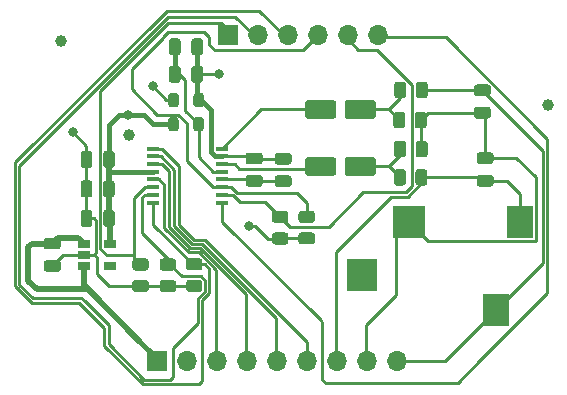
<source format=gbr>
%TF.GenerationSoftware,KiCad,Pcbnew,(5.1.10)-1*%
%TF.CreationDate,2021-10-14T20:44:39-03:00*%
%TF.ProjectId,I2S_DAC,4932535f-4441-4432-9e6b-696361645f70,rev?*%
%TF.SameCoordinates,Original*%
%TF.FileFunction,Copper,L1,Top*%
%TF.FilePolarity,Positive*%
%FSLAX46Y46*%
G04 Gerber Fmt 4.6, Leading zero omitted, Abs format (unit mm)*
G04 Created by KiCad (PCBNEW (5.1.10)-1) date 2021-10-14 20:44:39*
%MOMM*%
%LPD*%
G01*
G04 APERTURE LIST*
%TA.AperFunction,ComponentPad*%
%ADD10R,1.700000X1.700000*%
%TD*%
%TA.AperFunction,ComponentPad*%
%ADD11O,1.700000X1.700000*%
%TD*%
%TA.AperFunction,SMDPad,CuDef*%
%ADD12C,1.000000*%
%TD*%
%TA.AperFunction,SMDPad,CuDef*%
%ADD13R,1.060000X0.650000*%
%TD*%
%TA.AperFunction,SMDPad,CuDef*%
%ADD14R,1.000000X0.400000*%
%TD*%
%TA.AperFunction,SMDPad,CuDef*%
%ADD15R,2.200000X2.800000*%
%TD*%
%TA.AperFunction,SMDPad,CuDef*%
%ADD16R,2.600000X2.800000*%
%TD*%
%TA.AperFunction,SMDPad,CuDef*%
%ADD17R,2.800000X2.800000*%
%TD*%
%TA.AperFunction,ViaPad*%
%ADD18C,0.800000*%
%TD*%
%TA.AperFunction,Conductor*%
%ADD19C,0.250000*%
%TD*%
%TA.AperFunction,Conductor*%
%ADD20C,0.500000*%
%TD*%
%TA.AperFunction,Conductor*%
%ADD21C,0.400000*%
%TD*%
G04 APERTURE END LIST*
D10*
%TO.P,J2,1*%
%TO.N,/SYSCLK_IN*%
X66725000Y-94350000D03*
D11*
%TO.P,J2,2*%
%TO.N,/SFOR_1*%
X69265000Y-94350000D03*
%TO.P,J2,3*%
%TO.N,/MUTE*%
X71805000Y-94350000D03*
%TO.P,J2,4*%
%TO.N,/SFOR_0*%
X74345000Y-94350000D03*
%TO.P,J2,5*%
%TO.N,/PLL_IN*%
X76885000Y-94350000D03*
%TO.P,J2,6*%
%TO.N,/CLKOUT*%
X79425000Y-94350000D03*
%TD*%
D10*
%TO.P,J3,1*%
%TO.N,VDD*%
X60650000Y-121925000D03*
D11*
%TO.P,J3,2*%
%TO.N,+3V3*%
X63190000Y-121925000D03*
%TO.P,J3,3*%
%TO.N,GNDD*%
X65730000Y-121925000D03*
%TO.P,J3,4*%
%TO.N,/DATA_IN*%
X68270000Y-121925000D03*
%TO.P,J3,5*%
%TO.N,/WS_IN*%
X70810000Y-121925000D03*
%TO.P,J3,6*%
%TO.N,/BCK_IN*%
X73350000Y-121925000D03*
%TO.P,J3,7*%
%TO.N,/OUT_L*%
X75890000Y-121925000D03*
%TO.P,J3,8*%
%TO.N,GNDA*%
X78430000Y-121925000D03*
%TO.P,J3,9*%
%TO.N,/OUT_R*%
X80970000Y-121925000D03*
%TD*%
%TO.P,C1,2*%
%TO.N,GNDD*%
%TA.AperFunction,SMDPad,CuDef*%
G36*
G01*
X51325000Y-113400000D02*
X52275000Y-113400000D01*
G75*
G02*
X52525000Y-113650000I0J-250000D01*
G01*
X52525000Y-114150000D01*
G75*
G02*
X52275000Y-114400000I-250000J0D01*
G01*
X51325000Y-114400000D01*
G75*
G02*
X51075000Y-114150000I0J250000D01*
G01*
X51075000Y-113650000D01*
G75*
G02*
X51325000Y-113400000I250000J0D01*
G01*
G37*
%TD.AperFunction*%
%TO.P,C1,1*%
%TO.N,VDD*%
%TA.AperFunction,SMDPad,CuDef*%
G36*
G01*
X51325000Y-111500000D02*
X52275000Y-111500000D01*
G75*
G02*
X52525000Y-111750000I0J-250000D01*
G01*
X52525000Y-112250000D01*
G75*
G02*
X52275000Y-112500000I-250000J0D01*
G01*
X51325000Y-112500000D01*
G75*
G02*
X51075000Y-112250000I0J250000D01*
G01*
X51075000Y-111750000D01*
G75*
G02*
X51325000Y-111500000I250000J0D01*
G01*
G37*
%TD.AperFunction*%
%TD*%
%TO.P,C2,2*%
%TO.N,GNDD*%
%TA.AperFunction,SMDPad,CuDef*%
G36*
G01*
X55200000Y-109400000D02*
X55200000Y-110350000D01*
G75*
G02*
X54950000Y-110600000I-250000J0D01*
G01*
X54450000Y-110600000D01*
G75*
G02*
X54200000Y-110350000I0J250000D01*
G01*
X54200000Y-109400000D01*
G75*
G02*
X54450000Y-109150000I250000J0D01*
G01*
X54950000Y-109150000D01*
G75*
G02*
X55200000Y-109400000I0J-250000D01*
G01*
G37*
%TD.AperFunction*%
%TO.P,C2,1*%
%TO.N,+3V3*%
%TA.AperFunction,SMDPad,CuDef*%
G36*
G01*
X57100000Y-109400000D02*
X57100000Y-110350000D01*
G75*
G02*
X56850000Y-110600000I-250000J0D01*
G01*
X56350000Y-110600000D01*
G75*
G02*
X56100000Y-110350000I0J250000D01*
G01*
X56100000Y-109400000D01*
G75*
G02*
X56350000Y-109150000I250000J0D01*
G01*
X56850000Y-109150000D01*
G75*
G02*
X57100000Y-109400000I0J-250000D01*
G01*
G37*
%TD.AperFunction*%
%TD*%
%TO.P,C3,1*%
%TO.N,GNDD*%
%TA.AperFunction,SMDPad,CuDef*%
G36*
G01*
X54200000Y-107850000D02*
X54200000Y-106900000D01*
G75*
G02*
X54450000Y-106650000I250000J0D01*
G01*
X54950000Y-106650000D01*
G75*
G02*
X55200000Y-106900000I0J-250000D01*
G01*
X55200000Y-107850000D01*
G75*
G02*
X54950000Y-108100000I-250000J0D01*
G01*
X54450000Y-108100000D01*
G75*
G02*
X54200000Y-107850000I0J250000D01*
G01*
G37*
%TD.AperFunction*%
%TO.P,C3,2*%
%TO.N,+3V3*%
%TA.AperFunction,SMDPad,CuDef*%
G36*
G01*
X56100000Y-107850000D02*
X56100000Y-106900000D01*
G75*
G02*
X56350000Y-106650000I250000J0D01*
G01*
X56850000Y-106650000D01*
G75*
G02*
X57100000Y-106900000I0J-250000D01*
G01*
X57100000Y-107850000D01*
G75*
G02*
X56850000Y-108100000I-250000J0D01*
G01*
X56350000Y-108100000D01*
G75*
G02*
X56100000Y-107850000I0J250000D01*
G01*
G37*
%TD.AperFunction*%
%TD*%
%TO.P,C4,2*%
%TO.N,GNDD*%
%TA.AperFunction,SMDPad,CuDef*%
G36*
G01*
X55200000Y-104400000D02*
X55200000Y-105350000D01*
G75*
G02*
X54950000Y-105600000I-250000J0D01*
G01*
X54450000Y-105600000D01*
G75*
G02*
X54200000Y-105350000I0J250000D01*
G01*
X54200000Y-104400000D01*
G75*
G02*
X54450000Y-104150000I250000J0D01*
G01*
X54950000Y-104150000D01*
G75*
G02*
X55200000Y-104400000I0J-250000D01*
G01*
G37*
%TD.AperFunction*%
%TO.P,C4,1*%
%TO.N,+3V3*%
%TA.AperFunction,SMDPad,CuDef*%
G36*
G01*
X57100000Y-104400000D02*
X57100000Y-105350000D01*
G75*
G02*
X56850000Y-105600000I-250000J0D01*
G01*
X56350000Y-105600000D01*
G75*
G02*
X56100000Y-105350000I0J250000D01*
G01*
X56100000Y-104400000D01*
G75*
G02*
X56350000Y-104150000I250000J0D01*
G01*
X56850000Y-104150000D01*
G75*
G02*
X57100000Y-104400000I0J-250000D01*
G01*
G37*
%TD.AperFunction*%
%TD*%
%TO.P,C5,1*%
%TO.N,GNDA*%
%TA.AperFunction,SMDPad,CuDef*%
G36*
G01*
X64575000Y-94875000D02*
X64575000Y-95825000D01*
G75*
G02*
X64325000Y-96075000I-250000J0D01*
G01*
X63825000Y-96075000D01*
G75*
G02*
X63575000Y-95825000I0J250000D01*
G01*
X63575000Y-94875000D01*
G75*
G02*
X63825000Y-94625000I250000J0D01*
G01*
X64325000Y-94625000D01*
G75*
G02*
X64575000Y-94875000I0J-250000D01*
G01*
G37*
%TD.AperFunction*%
%TO.P,C5,2*%
%TO.N,Net-(C5-Pad2)*%
%TA.AperFunction,SMDPad,CuDef*%
G36*
G01*
X62675000Y-94875000D02*
X62675000Y-95825000D01*
G75*
G02*
X62425000Y-96075000I-250000J0D01*
G01*
X61925000Y-96075000D01*
G75*
G02*
X61675000Y-95825000I0J250000D01*
G01*
X61675000Y-94875000D01*
G75*
G02*
X61925000Y-94625000I250000J0D01*
G01*
X62425000Y-94625000D01*
G75*
G02*
X62675000Y-94875000I0J-250000D01*
G01*
G37*
%TD.AperFunction*%
%TD*%
%TO.P,C6,2*%
%TO.N,Net-(C5-Pad2)*%
%TA.AperFunction,SMDPad,CuDef*%
G36*
G01*
X62675000Y-97200000D02*
X62675000Y-98150000D01*
G75*
G02*
X62425000Y-98400000I-250000J0D01*
G01*
X61925000Y-98400000D01*
G75*
G02*
X61675000Y-98150000I0J250000D01*
G01*
X61675000Y-97200000D01*
G75*
G02*
X61925000Y-96950000I250000J0D01*
G01*
X62425000Y-96950000D01*
G75*
G02*
X62675000Y-97200000I0J-250000D01*
G01*
G37*
%TD.AperFunction*%
%TO.P,C6,1*%
%TO.N,GNDA*%
%TA.AperFunction,SMDPad,CuDef*%
G36*
G01*
X64575000Y-97200000D02*
X64575000Y-98150000D01*
G75*
G02*
X64325000Y-98400000I-250000J0D01*
G01*
X63825000Y-98400000D01*
G75*
G02*
X63575000Y-98150000I0J250000D01*
G01*
X63575000Y-97200000D01*
G75*
G02*
X63825000Y-96950000I250000J0D01*
G01*
X64325000Y-96950000D01*
G75*
G02*
X64575000Y-97200000I0J-250000D01*
G01*
G37*
%TD.AperFunction*%
%TD*%
%TO.P,C7,1*%
%TO.N,GNDA*%
%TA.AperFunction,SMDPad,CuDef*%
G36*
G01*
X88700000Y-101425000D02*
X87750000Y-101425000D01*
G75*
G02*
X87500000Y-101175000I0J250000D01*
G01*
X87500000Y-100675000D01*
G75*
G02*
X87750000Y-100425000I250000J0D01*
G01*
X88700000Y-100425000D01*
G75*
G02*
X88950000Y-100675000I0J-250000D01*
G01*
X88950000Y-101175000D01*
G75*
G02*
X88700000Y-101425000I-250000J0D01*
G01*
G37*
%TD.AperFunction*%
%TO.P,C7,2*%
%TO.N,/OUT_R*%
%TA.AperFunction,SMDPad,CuDef*%
G36*
G01*
X88700000Y-99525000D02*
X87750000Y-99525000D01*
G75*
G02*
X87500000Y-99275000I0J250000D01*
G01*
X87500000Y-98775000D01*
G75*
G02*
X87750000Y-98525000I250000J0D01*
G01*
X88700000Y-98525000D01*
G75*
G02*
X88950000Y-98775000I0J-250000D01*
G01*
X88950000Y-99275000D01*
G75*
G02*
X88700000Y-99525000I-250000J0D01*
G01*
G37*
%TD.AperFunction*%
%TD*%
%TO.P,C8,1*%
%TO.N,/OUT_L*%
%TA.AperFunction,SMDPad,CuDef*%
G36*
G01*
X88925000Y-107175000D02*
X87975000Y-107175000D01*
G75*
G02*
X87725000Y-106925000I0J250000D01*
G01*
X87725000Y-106425000D01*
G75*
G02*
X87975000Y-106175000I250000J0D01*
G01*
X88925000Y-106175000D01*
G75*
G02*
X89175000Y-106425000I0J-250000D01*
G01*
X89175000Y-106925000D01*
G75*
G02*
X88925000Y-107175000I-250000J0D01*
G01*
G37*
%TD.AperFunction*%
%TO.P,C8,2*%
%TO.N,GNDA*%
%TA.AperFunction,SMDPad,CuDef*%
G36*
G01*
X88925000Y-105275000D02*
X87975000Y-105275000D01*
G75*
G02*
X87725000Y-105025000I0J250000D01*
G01*
X87725000Y-104525000D01*
G75*
G02*
X87975000Y-104275000I250000J0D01*
G01*
X88925000Y-104275000D01*
G75*
G02*
X89175000Y-104525000I0J-250000D01*
G01*
X89175000Y-105025000D01*
G75*
G02*
X88925000Y-105275000I-250000J0D01*
G01*
G37*
%TD.AperFunction*%
%TD*%
%TO.P,C9,2*%
%TO.N,GNDA*%
%TA.AperFunction,SMDPad,CuDef*%
G36*
G01*
X69375000Y-105300000D02*
X68425000Y-105300000D01*
G75*
G02*
X68175000Y-105050000I0J250000D01*
G01*
X68175000Y-104550000D01*
G75*
G02*
X68425000Y-104300000I250000J0D01*
G01*
X69375000Y-104300000D01*
G75*
G02*
X69625000Y-104550000I0J-250000D01*
G01*
X69625000Y-105050000D01*
G75*
G02*
X69375000Y-105300000I-250000J0D01*
G01*
G37*
%TD.AperFunction*%
%TO.P,C9,1*%
%TO.N,Net-(C12-Pad1)*%
%TA.AperFunction,SMDPad,CuDef*%
G36*
G01*
X69375000Y-107200000D02*
X68425000Y-107200000D01*
G75*
G02*
X68175000Y-106950000I0J250000D01*
G01*
X68175000Y-106450000D01*
G75*
G02*
X68425000Y-106200000I250000J0D01*
G01*
X69375000Y-106200000D01*
G75*
G02*
X69625000Y-106450000I0J-250000D01*
G01*
X69625000Y-106950000D01*
G75*
G02*
X69375000Y-107200000I-250000J0D01*
G01*
G37*
%TD.AperFunction*%
%TD*%
%TO.P,C10,2*%
%TO.N,Net-(C10-Pad2)*%
%TA.AperFunction,SMDPad,CuDef*%
G36*
G01*
X76550000Y-106025400D02*
X76550000Y-104924600D01*
G75*
G02*
X76799600Y-104675000I249600J0D01*
G01*
X78950400Y-104675000D01*
G75*
G02*
X79200000Y-104924600I0J-249600D01*
G01*
X79200000Y-106025400D01*
G75*
G02*
X78950400Y-106275000I-249600J0D01*
G01*
X76799600Y-106275000D01*
G75*
G02*
X76550000Y-106025400I0J249600D01*
G01*
G37*
%TD.AperFunction*%
%TO.P,C10,1*%
%TO.N,Net-(C10-Pad1)*%
%TA.AperFunction,SMDPad,CuDef*%
G36*
G01*
X73200000Y-106025000D02*
X73200000Y-104925000D01*
G75*
G02*
X73450000Y-104675000I250000J0D01*
G01*
X75600000Y-104675000D01*
G75*
G02*
X75850000Y-104925000I0J-250000D01*
G01*
X75850000Y-106025000D01*
G75*
G02*
X75600000Y-106275000I-250000J0D01*
G01*
X73450000Y-106275000D01*
G75*
G02*
X73200000Y-106025000I0J250000D01*
G01*
G37*
%TD.AperFunction*%
%TD*%
%TO.P,C11,1*%
%TO.N,Net-(C11-Pad1)*%
%TA.AperFunction,SMDPad,CuDef*%
G36*
G01*
X73200000Y-101200000D02*
X73200000Y-100100000D01*
G75*
G02*
X73450000Y-99850000I250000J0D01*
G01*
X75600000Y-99850000D01*
G75*
G02*
X75850000Y-100100000I0J-250000D01*
G01*
X75850000Y-101200000D01*
G75*
G02*
X75600000Y-101450000I-250000J0D01*
G01*
X73450000Y-101450000D01*
G75*
G02*
X73200000Y-101200000I0J250000D01*
G01*
G37*
%TD.AperFunction*%
%TO.P,C11,2*%
%TO.N,Net-(C11-Pad2)*%
%TA.AperFunction,SMDPad,CuDef*%
G36*
G01*
X76550000Y-101200000D02*
X76550000Y-100100000D01*
G75*
G02*
X76800000Y-99850000I250000J0D01*
G01*
X78950000Y-99850000D01*
G75*
G02*
X79200000Y-100100000I0J-250000D01*
G01*
X79200000Y-101200000D01*
G75*
G02*
X78950000Y-101450000I-250000J0D01*
G01*
X76800000Y-101450000D01*
G75*
G02*
X76550000Y-101200000I0J250000D01*
G01*
G37*
%TD.AperFunction*%
%TD*%
%TO.P,C12,1*%
%TO.N,Net-(C12-Pad1)*%
%TA.AperFunction,SMDPad,CuDef*%
G36*
G01*
X71825000Y-107225000D02*
X70875000Y-107225000D01*
G75*
G02*
X70625000Y-106975000I0J250000D01*
G01*
X70625000Y-106475000D01*
G75*
G02*
X70875000Y-106225000I250000J0D01*
G01*
X71825000Y-106225000D01*
G75*
G02*
X72075000Y-106475000I0J-250000D01*
G01*
X72075000Y-106975000D01*
G75*
G02*
X71825000Y-107225000I-250000J0D01*
G01*
G37*
%TD.AperFunction*%
%TO.P,C12,2*%
%TO.N,GNDA*%
%TA.AperFunction,SMDPad,CuDef*%
G36*
G01*
X71825000Y-105325000D02*
X70875000Y-105325000D01*
G75*
G02*
X70625000Y-105075000I0J250000D01*
G01*
X70625000Y-104575000D01*
G75*
G02*
X70875000Y-104325000I250000J0D01*
G01*
X71825000Y-104325000D01*
G75*
G02*
X72075000Y-104575000I0J-250000D01*
G01*
X72075000Y-105075000D01*
G75*
G02*
X71825000Y-105325000I-250000J0D01*
G01*
G37*
%TD.AperFunction*%
%TD*%
%TO.P,FB1,1*%
%TO.N,GNDA*%
%TA.AperFunction,SMDPad,CuDef*%
G36*
G01*
X64637500Y-99468750D02*
X64637500Y-100231250D01*
G75*
G02*
X64418750Y-100450000I-218750J0D01*
G01*
X63981250Y-100450000D01*
G75*
G02*
X63762500Y-100231250I0J218750D01*
G01*
X63762500Y-99468750D01*
G75*
G02*
X63981250Y-99250000I218750J0D01*
G01*
X64418750Y-99250000D01*
G75*
G02*
X64637500Y-99468750I0J-218750D01*
G01*
G37*
%TD.AperFunction*%
%TO.P,FB1,2*%
%TO.N,GNDD*%
%TA.AperFunction,SMDPad,CuDef*%
G36*
G01*
X62512500Y-99468750D02*
X62512500Y-100231250D01*
G75*
G02*
X62293750Y-100450000I-218750J0D01*
G01*
X61856250Y-100450000D01*
G75*
G02*
X61637500Y-100231250I0J218750D01*
G01*
X61637500Y-99468750D01*
G75*
G02*
X61856250Y-99250000I218750J0D01*
G01*
X62293750Y-99250000D01*
G75*
G02*
X62512500Y-99468750I0J-218750D01*
G01*
G37*
%TD.AperFunction*%
%TD*%
%TO.P,FB2,2*%
%TO.N,+3V3*%
%TA.AperFunction,SMDPad,CuDef*%
G36*
G01*
X62500000Y-101518750D02*
X62500000Y-102281250D01*
G75*
G02*
X62281250Y-102500000I-218750J0D01*
G01*
X61843750Y-102500000D01*
G75*
G02*
X61625000Y-102281250I0J218750D01*
G01*
X61625000Y-101518750D01*
G75*
G02*
X61843750Y-101300000I218750J0D01*
G01*
X62281250Y-101300000D01*
G75*
G02*
X62500000Y-101518750I0J-218750D01*
G01*
G37*
%TD.AperFunction*%
%TO.P,FB2,1*%
%TO.N,Net-(C5-Pad2)*%
%TA.AperFunction,SMDPad,CuDef*%
G36*
G01*
X64625000Y-101518750D02*
X64625000Y-102281250D01*
G75*
G02*
X64406250Y-102500000I-218750J0D01*
G01*
X63968750Y-102500000D01*
G75*
G02*
X63750000Y-102281250I0J218750D01*
G01*
X63750000Y-101518750D01*
G75*
G02*
X63968750Y-101300000I218750J0D01*
G01*
X64406250Y-101300000D01*
G75*
G02*
X64625000Y-101518750I0J-218750D01*
G01*
G37*
%TD.AperFunction*%
%TD*%
D12*
%TO.P,FID1,*%
%TO.N,*%
X52575000Y-94850000D03*
%TD*%
%TO.P,FID2,*%
%TO.N,*%
X93775000Y-100300000D03*
%TD*%
%TO.P,FID3,*%
%TO.N,*%
X58275000Y-102850000D03*
%TD*%
%TO.P,R1,2*%
%TO.N,GNDD*%
%TA.AperFunction,SMDPad,CuDef*%
G36*
G01*
X70650100Y-111062500D02*
X71549900Y-111062500D01*
G75*
G02*
X71800000Y-111312600I0J-250100D01*
G01*
X71800000Y-111837400D01*
G75*
G02*
X71549900Y-112087500I-250100J0D01*
G01*
X70650100Y-112087500D01*
G75*
G02*
X70400000Y-111837400I0J250100D01*
G01*
X70400000Y-111312600D01*
G75*
G02*
X70650100Y-111062500I250100J0D01*
G01*
G37*
%TD.AperFunction*%
%TO.P,R1,1*%
%TO.N,/PLL_IN*%
%TA.AperFunction,SMDPad,CuDef*%
G36*
G01*
X70650100Y-109237500D02*
X71549900Y-109237500D01*
G75*
G02*
X71800000Y-109487600I0J-250100D01*
G01*
X71800000Y-110012400D01*
G75*
G02*
X71549900Y-110262500I-250100J0D01*
G01*
X70650100Y-110262500D01*
G75*
G02*
X70400000Y-110012400I0J250100D01*
G01*
X70400000Y-109487600D01*
G75*
G02*
X70650100Y-109237500I250100J0D01*
G01*
G37*
%TD.AperFunction*%
%TD*%
%TO.P,R2,1*%
%TO.N,/SYSCLK_IN*%
%TA.AperFunction,SMDPad,CuDef*%
G36*
G01*
X58824999Y-113262500D02*
X59725001Y-113262500D01*
G75*
G02*
X59975000Y-113512499I0J-249999D01*
G01*
X59975000Y-114037501D01*
G75*
G02*
X59725001Y-114287500I-249999J0D01*
G01*
X58824999Y-114287500D01*
G75*
G02*
X58575000Y-114037501I0J249999D01*
G01*
X58575000Y-113512499D01*
G75*
G02*
X58824999Y-113262500I249999J0D01*
G01*
G37*
%TD.AperFunction*%
%TO.P,R2,2*%
%TO.N,GNDD*%
%TA.AperFunction,SMDPad,CuDef*%
G36*
G01*
X58824999Y-115087500D02*
X59725001Y-115087500D01*
G75*
G02*
X59975000Y-115337499I0J-249999D01*
G01*
X59975000Y-115862501D01*
G75*
G02*
X59725001Y-116112500I-249999J0D01*
G01*
X58824999Y-116112500D01*
G75*
G02*
X58575000Y-115862501I0J249999D01*
G01*
X58575000Y-115337499D01*
G75*
G02*
X58824999Y-115087500I249999J0D01*
G01*
G37*
%TD.AperFunction*%
%TD*%
%TO.P,R4,1*%
%TO.N,/MUTE*%
%TA.AperFunction,SMDPad,CuDef*%
G36*
G01*
X63374999Y-113250000D02*
X64275001Y-113250000D01*
G75*
G02*
X64525000Y-113499999I0J-249999D01*
G01*
X64525000Y-114025001D01*
G75*
G02*
X64275001Y-114275000I-249999J0D01*
G01*
X63374999Y-114275000D01*
G75*
G02*
X63125000Y-114025001I0J249999D01*
G01*
X63125000Y-113499999D01*
G75*
G02*
X63374999Y-113250000I249999J0D01*
G01*
G37*
%TD.AperFunction*%
%TO.P,R4,2*%
%TO.N,GNDD*%
%TA.AperFunction,SMDPad,CuDef*%
G36*
G01*
X63374999Y-115075000D02*
X64275001Y-115075000D01*
G75*
G02*
X64525000Y-115324999I0J-249999D01*
G01*
X64525000Y-115850001D01*
G75*
G02*
X64275001Y-116100000I-249999J0D01*
G01*
X63374999Y-116100000D01*
G75*
G02*
X63125000Y-115850001I0J249999D01*
G01*
X63125000Y-115324999D01*
G75*
G02*
X63374999Y-115075000I249999J0D01*
G01*
G37*
%TD.AperFunction*%
%TD*%
%TO.P,R5,1*%
%TO.N,/SFOR_0*%
%TA.AperFunction,SMDPad,CuDef*%
G36*
G01*
X72900100Y-109225000D02*
X73799900Y-109225000D01*
G75*
G02*
X74050000Y-109475100I0J-250100D01*
G01*
X74050000Y-109999900D01*
G75*
G02*
X73799900Y-110250000I-250100J0D01*
G01*
X72900100Y-110250000D01*
G75*
G02*
X72650000Y-109999900I0J250100D01*
G01*
X72650000Y-109475100D01*
G75*
G02*
X72900100Y-109225000I250100J0D01*
G01*
G37*
%TD.AperFunction*%
%TO.P,R5,2*%
%TO.N,GNDD*%
%TA.AperFunction,SMDPad,CuDef*%
G36*
G01*
X72900100Y-111050000D02*
X73799900Y-111050000D01*
G75*
G02*
X74050000Y-111300100I0J-250100D01*
G01*
X74050000Y-111824900D01*
G75*
G02*
X73799900Y-112075000I-250100J0D01*
G01*
X72900100Y-112075000D01*
G75*
G02*
X72650000Y-111824900I0J250100D01*
G01*
X72650000Y-111300100D01*
G75*
G02*
X72900100Y-111050000I250100J0D01*
G01*
G37*
%TD.AperFunction*%
%TD*%
%TO.P,R6,2*%
%TO.N,GNDD*%
%TA.AperFunction,SMDPad,CuDef*%
G36*
G01*
X61149999Y-115087500D02*
X62050001Y-115087500D01*
G75*
G02*
X62300000Y-115337499I0J-249999D01*
G01*
X62300000Y-115862501D01*
G75*
G02*
X62050001Y-116112500I-249999J0D01*
G01*
X61149999Y-116112500D01*
G75*
G02*
X60900000Y-115862501I0J249999D01*
G01*
X60900000Y-115337499D01*
G75*
G02*
X61149999Y-115087500I249999J0D01*
G01*
G37*
%TD.AperFunction*%
%TO.P,R6,1*%
%TO.N,/SFOR_1*%
%TA.AperFunction,SMDPad,CuDef*%
G36*
G01*
X61149999Y-113262500D02*
X62050001Y-113262500D01*
G75*
G02*
X62300000Y-113512499I0J-249999D01*
G01*
X62300000Y-114037501D01*
G75*
G02*
X62050001Y-114287500I-249999J0D01*
G01*
X61149999Y-114287500D01*
G75*
G02*
X60900000Y-114037501I0J249999D01*
G01*
X60900000Y-113512499D01*
G75*
G02*
X61149999Y-113262500I249999J0D01*
G01*
G37*
%TD.AperFunction*%
%TD*%
%TO.P,R7,2*%
%TO.N,Net-(C10-Pad2)*%
%TA.AperFunction,SMDPad,CuDef*%
G36*
G01*
X81750000Y-105949999D02*
X81750000Y-106850001D01*
G75*
G02*
X81500001Y-107100000I-249999J0D01*
G01*
X80974999Y-107100000D01*
G75*
G02*
X80725000Y-106850001I0J249999D01*
G01*
X80725000Y-105949999D01*
G75*
G02*
X80974999Y-105700000I249999J0D01*
G01*
X81500001Y-105700000D01*
G75*
G02*
X81750000Y-105949999I0J-249999D01*
G01*
G37*
%TD.AperFunction*%
%TO.P,R7,1*%
%TO.N,/OUT_L*%
%TA.AperFunction,SMDPad,CuDef*%
G36*
G01*
X83575000Y-105949999D02*
X83575000Y-106850001D01*
G75*
G02*
X83325001Y-107100000I-249999J0D01*
G01*
X82799999Y-107100000D01*
G75*
G02*
X82550000Y-106850001I0J249999D01*
G01*
X82550000Y-105949999D01*
G75*
G02*
X82799999Y-105700000I249999J0D01*
G01*
X83325001Y-105700000D01*
G75*
G02*
X83575000Y-105949999I0J-249999D01*
G01*
G37*
%TD.AperFunction*%
%TD*%
%TO.P,R8,1*%
%TO.N,GNDA*%
%TA.AperFunction,SMDPad,CuDef*%
G36*
G01*
X83587500Y-103549999D02*
X83587500Y-104450001D01*
G75*
G02*
X83337501Y-104700000I-249999J0D01*
G01*
X82812499Y-104700000D01*
G75*
G02*
X82562500Y-104450001I0J249999D01*
G01*
X82562500Y-103549999D01*
G75*
G02*
X82812499Y-103300000I249999J0D01*
G01*
X83337501Y-103300000D01*
G75*
G02*
X83587500Y-103549999I0J-249999D01*
G01*
G37*
%TD.AperFunction*%
%TO.P,R8,2*%
%TO.N,Net-(C10-Pad2)*%
%TA.AperFunction,SMDPad,CuDef*%
G36*
G01*
X81762500Y-103549999D02*
X81762500Y-104450001D01*
G75*
G02*
X81512501Y-104700000I-249999J0D01*
G01*
X80987499Y-104700000D01*
G75*
G02*
X80737500Y-104450001I0J249999D01*
G01*
X80737500Y-103549999D01*
G75*
G02*
X80987499Y-103300000I249999J0D01*
G01*
X81512501Y-103300000D01*
G75*
G02*
X81762500Y-103549999I0J-249999D01*
G01*
G37*
%TD.AperFunction*%
%TD*%
%TO.P,R9,1*%
%TO.N,/OUT_R*%
%TA.AperFunction,SMDPad,CuDef*%
G36*
G01*
X83612500Y-98549999D02*
X83612500Y-99450001D01*
G75*
G02*
X83362501Y-99700000I-249999J0D01*
G01*
X82837499Y-99700000D01*
G75*
G02*
X82587500Y-99450001I0J249999D01*
G01*
X82587500Y-98549999D01*
G75*
G02*
X82837499Y-98300000I249999J0D01*
G01*
X83362501Y-98300000D01*
G75*
G02*
X83612500Y-98549999I0J-249999D01*
G01*
G37*
%TD.AperFunction*%
%TO.P,R9,2*%
%TO.N,Net-(C11-Pad2)*%
%TA.AperFunction,SMDPad,CuDef*%
G36*
G01*
X81787500Y-98549999D02*
X81787500Y-99450001D01*
G75*
G02*
X81537501Y-99700000I-249999J0D01*
G01*
X81012499Y-99700000D01*
G75*
G02*
X80762500Y-99450001I0J249999D01*
G01*
X80762500Y-98549999D01*
G75*
G02*
X81012499Y-98300000I249999J0D01*
G01*
X81537501Y-98300000D01*
G75*
G02*
X81787500Y-98549999I0J-249999D01*
G01*
G37*
%TD.AperFunction*%
%TD*%
%TO.P,R10,2*%
%TO.N,GNDA*%
%TA.AperFunction,SMDPad,CuDef*%
G36*
G01*
X82487500Y-102000001D02*
X82487500Y-101099999D01*
G75*
G02*
X82737499Y-100850000I249999J0D01*
G01*
X83262501Y-100850000D01*
G75*
G02*
X83512500Y-101099999I0J-249999D01*
G01*
X83512500Y-102000001D01*
G75*
G02*
X83262501Y-102250000I-249999J0D01*
G01*
X82737499Y-102250000D01*
G75*
G02*
X82487500Y-102000001I0J249999D01*
G01*
G37*
%TD.AperFunction*%
%TO.P,R10,1*%
%TO.N,Net-(C11-Pad2)*%
%TA.AperFunction,SMDPad,CuDef*%
G36*
G01*
X80662500Y-102000001D02*
X80662500Y-101099999D01*
G75*
G02*
X80912499Y-100850000I249999J0D01*
G01*
X81437501Y-100850000D01*
G75*
G02*
X81687500Y-101099999I0J-249999D01*
G01*
X81687500Y-102000001D01*
G75*
G02*
X81437501Y-102250000I-249999J0D01*
G01*
X80912499Y-102250000D01*
G75*
G02*
X80662500Y-102000001I0J249999D01*
G01*
G37*
%TD.AperFunction*%
%TD*%
D13*
%TO.P,U1,1*%
%TO.N,VDD*%
X54500000Y-112000000D03*
%TO.P,U1,2*%
%TO.N,GNDD*%
X54500000Y-112950000D03*
%TO.P,U1,3*%
%TO.N,VDD*%
X54500000Y-113900000D03*
%TO.P,U1,4*%
%TO.N,Net-(U1-Pad4)*%
X56700000Y-113900000D03*
%TO.P,U1,5*%
%TO.N,+3V3*%
X56700000Y-112000000D03*
%TD*%
D14*
%TO.P,U2,1*%
%TO.N,/BCK_IN*%
X60375000Y-103975000D03*
%TO.P,U2,2*%
%TO.N,/WS_IN*%
X60375000Y-104625000D03*
%TO.P,U2,3*%
%TO.N,/DATA_IN*%
X60375000Y-105275000D03*
%TO.P,U2,4*%
%TO.N,+3V3*%
X60375000Y-105925000D03*
%TO.P,U2,5*%
%TO.N,GNDD*%
X60375000Y-106575000D03*
%TO.P,U2,6*%
%TO.N,/SYSCLK_IN*%
X60375000Y-107225000D03*
%TO.P,U2,7*%
%TO.N,/SFOR_1*%
X60375000Y-107875000D03*
%TO.P,U2,8*%
%TO.N,/MUTE*%
X60375000Y-108525000D03*
%TO.P,U2,9*%
%TO.N,/CLKOUT*%
X66175000Y-108525000D03*
%TO.P,U2,10*%
%TO.N,/PLL_IN*%
X66175000Y-107875000D03*
%TO.P,U2,11*%
%TO.N,/SFOR_0*%
X66175000Y-107225000D03*
%TO.P,U2,12*%
%TO.N,Net-(C12-Pad1)*%
X66175000Y-106575000D03*
%TO.P,U2,13*%
%TO.N,Net-(C5-Pad2)*%
X66175000Y-105925000D03*
%TO.P,U2,14*%
%TO.N,Net-(C10-Pad1)*%
X66175000Y-105275000D03*
%TO.P,U2,15*%
%TO.N,GNDA*%
X66175000Y-104625000D03*
%TO.P,U2,16*%
%TO.N,Net-(C11-Pad1)*%
X66175000Y-103975000D03*
%TD*%
D15*
%TO.P,J1,R*%
%TO.N,/OUT_R*%
X89400000Y-117600000D03*
%TO.P,J1,S*%
%TO.N,/OUT_L*%
X91400000Y-110200000D03*
D16*
%TO.P,J1,TN*%
%TO.N,N/C*%
X78000000Y-114650000D03*
D17*
%TO.P,J1,T*%
%TO.N,GNDA*%
X82000000Y-110200000D03*
%TD*%
D18*
%TO.N,GNDD*%
X60300000Y-98675000D03*
X53550000Y-102550000D03*
X68500000Y-110500000D03*
%TO.N,+3V3*%
X58200000Y-101125000D03*
%TO.N,GNDA*%
X65900000Y-97675000D03*
%TD*%
D19*
%TO.N,GNDD*%
X61612500Y-115587500D02*
X61600000Y-115600000D01*
X63825000Y-115587500D02*
X61612500Y-115587500D01*
X61600000Y-115600000D02*
X59275000Y-115600000D01*
X55350002Y-112950000D02*
X54500000Y-112950000D01*
X55555001Y-113154999D02*
X55350002Y-112950000D01*
X55555001Y-114555003D02*
X55555001Y-113154999D01*
X56599998Y-115600000D02*
X55555001Y-114555003D01*
X59275000Y-115600000D02*
X56599998Y-115600000D01*
X52750000Y-112950000D02*
X51800000Y-113900000D01*
X54500000Y-112950000D02*
X52750000Y-112950000D01*
X54700000Y-109875000D02*
X55349980Y-109875000D01*
X55349980Y-109875000D02*
X55524980Y-110050000D01*
X55524980Y-112775022D02*
X55350002Y-112950000D01*
X55524980Y-110050000D02*
X55524980Y-112775022D01*
X54700000Y-104875000D02*
X54700000Y-107375000D01*
X54700000Y-109875000D02*
X54700000Y-107375000D01*
X60830002Y-106575000D02*
X61300000Y-107044998D01*
X60375000Y-106575000D02*
X60830002Y-106575000D01*
X61300000Y-110700000D02*
X63350000Y-112750000D01*
X61300000Y-107044998D02*
X61300000Y-110700000D01*
X64196768Y-112750000D02*
X65680000Y-114233232D01*
X63350000Y-112750000D02*
X64196768Y-112750000D01*
X62075000Y-99850000D02*
X61475000Y-99850000D01*
X61475000Y-99850000D02*
X60300000Y-98675000D01*
X71112500Y-111562500D02*
X71100000Y-111575000D01*
X73350000Y-111562500D02*
X71112500Y-111562500D01*
X65680000Y-121875000D02*
X65730000Y-121925000D01*
X65680000Y-114233232D02*
X65680000Y-121875000D01*
X54700000Y-104875000D02*
X54700000Y-103700000D01*
X54700000Y-103700000D02*
X53550000Y-102550000D01*
X71100000Y-111575000D02*
X70075000Y-111575000D01*
X69000000Y-110500000D02*
X68500000Y-110500000D01*
X70075000Y-111575000D02*
X69000000Y-110500000D01*
D20*
%TO.N,VDD*%
X54474999Y-111974999D02*
X54500000Y-111974999D01*
X54001171Y-111501171D02*
X54474999Y-111974999D01*
X52298829Y-111501171D02*
X54001171Y-111501171D01*
X51800000Y-112000000D02*
X52298829Y-111501171D01*
X54500000Y-115550000D02*
X54500000Y-113925001D01*
X50475000Y-115850000D02*
X54800000Y-115850000D01*
X49775000Y-115150000D02*
X50475000Y-115850000D01*
X49775000Y-112300000D02*
X49775000Y-115150000D01*
X50075000Y-112000000D02*
X49775000Y-112300000D01*
X51800000Y-112000000D02*
X50075000Y-112000000D01*
X54800000Y-115850000D02*
X54500000Y-115550000D01*
X59250000Y-120300000D02*
X54800000Y-115850000D01*
D21*
X60650000Y-121700000D02*
X59250000Y-120300000D01*
X60650000Y-121925000D02*
X60650000Y-121700000D01*
D20*
%TO.N,+3V3*%
X56600000Y-107375000D02*
X56600000Y-109875000D01*
X56700000Y-109975000D02*
X56600000Y-109875000D01*
X56700000Y-112000000D02*
X56700000Y-109975000D01*
D21*
X56675000Y-105925000D02*
X56600000Y-105850000D01*
X60375000Y-105925000D02*
X56675000Y-105925000D01*
D20*
X56600000Y-105850000D02*
X56600000Y-107375000D01*
X56600000Y-104875000D02*
X56600000Y-105850000D01*
D21*
X62062500Y-101900000D02*
X60350000Y-101900000D01*
X60350000Y-101900000D02*
X59600000Y-101150000D01*
X56600000Y-101975000D02*
X56600000Y-104875000D01*
X57425000Y-101150000D02*
X56600000Y-101975000D01*
X58175000Y-101150000D02*
X58200000Y-101125000D01*
X57425000Y-101150000D02*
X58175000Y-101150000D01*
X58225000Y-101150000D02*
X58200000Y-101125000D01*
X59600000Y-101150000D02*
X58225000Y-101150000D01*
%TO.N,GNDA*%
X65225010Y-104265012D02*
X65225010Y-100712510D01*
X65225010Y-100712510D02*
X64187500Y-99675000D01*
X65584998Y-104625000D02*
X65225010Y-104265012D01*
X66175000Y-104625000D02*
X65584998Y-104625000D01*
D19*
X68725000Y-104625000D02*
X68900000Y-104800000D01*
X66175000Y-104625000D02*
X68725000Y-104625000D01*
X71325000Y-104800000D02*
X71350000Y-104825000D01*
X68900000Y-104800000D02*
X71325000Y-104800000D01*
D21*
X64075000Y-97275000D02*
X64075000Y-99562500D01*
X64075000Y-99562500D02*
X64187500Y-99675000D01*
X64075000Y-95350000D02*
X64075000Y-97675000D01*
D19*
X88450000Y-101150000D02*
X88225000Y-100925000D01*
X88450000Y-104775000D02*
X88450000Y-101150000D01*
X83625000Y-100925000D02*
X83000000Y-101550000D01*
X88225000Y-100925000D02*
X83625000Y-100925000D01*
X83000000Y-103925000D02*
X83075000Y-104000000D01*
X83000000Y-101550000D02*
X83000000Y-103925000D01*
X92725001Y-111780001D02*
X92725001Y-106400001D01*
X92680001Y-111825001D02*
X92725001Y-111780001D01*
X83625001Y-111825001D02*
X92680001Y-111825001D01*
X82000000Y-110200000D02*
X83625001Y-111825001D01*
X91100000Y-104775000D02*
X88450000Y-104775000D01*
X92725001Y-106400001D02*
X91100000Y-104775000D01*
X78380000Y-118895000D02*
X80950000Y-116325000D01*
X80950000Y-111250000D02*
X82000000Y-110200000D01*
X80950000Y-116325000D02*
X80950000Y-111250000D01*
X64075000Y-97675000D02*
X65900000Y-97675000D01*
X78380000Y-121875000D02*
X78430000Y-121925000D01*
X78380000Y-118895000D02*
X78380000Y-121875000D01*
%TO.N,Net-(C5-Pad2)*%
X65425000Y-105925000D02*
X66175000Y-105925000D01*
X64187500Y-104687500D02*
X65425000Y-105925000D01*
X64187500Y-101900000D02*
X64187500Y-104687500D01*
X62175000Y-97275000D02*
X63025010Y-98125010D01*
X63025010Y-98125010D02*
X63025010Y-100737510D01*
X63025010Y-100737510D02*
X64187500Y-101900000D01*
D21*
X62175000Y-95350000D02*
X62175000Y-97675000D01*
D19*
%TO.N,/OUT_L*%
X88175000Y-106400000D02*
X88450000Y-106675000D01*
X83062500Y-106400000D02*
X88175000Y-106400000D01*
X88450000Y-106675000D02*
X90275000Y-106675000D01*
X91400000Y-107800000D02*
X91400000Y-110200000D01*
X90275000Y-106675000D02*
X91400000Y-107800000D01*
X83062500Y-106878520D02*
X83062500Y-106400000D01*
X81916010Y-108025010D02*
X83062500Y-106878520D01*
X80485000Y-108025010D02*
X81916010Y-108025010D01*
X75824989Y-112685021D02*
X80485000Y-108025010D01*
X75840000Y-120300000D02*
X75824989Y-120284989D01*
X75824989Y-120284989D02*
X75824989Y-112685021D01*
X75824989Y-121859989D02*
X75890000Y-121925000D01*
X75824989Y-120284989D02*
X75824989Y-121859989D01*
%TO.N,Net-(C12-Pad1)*%
X68775000Y-106575000D02*
X68900000Y-106700000D01*
X66175000Y-106575000D02*
X68775000Y-106575000D01*
X71325000Y-106700000D02*
X71350000Y-106725000D01*
X68900000Y-106700000D02*
X71325000Y-106700000D01*
%TO.N,Net-(C10-Pad2)*%
X80312500Y-105475000D02*
X81237500Y-106400000D01*
X77875000Y-105475000D02*
X80312500Y-105475000D01*
X81250000Y-104537500D02*
X80312500Y-105475000D01*
X81250000Y-104000000D02*
X81250000Y-104537500D01*
%TO.N,Net-(C10-Pad1)*%
X66175000Y-105275000D02*
X67275000Y-105275000D01*
X74349990Y-105650010D02*
X74525000Y-105475000D01*
X67650010Y-105650010D02*
X74349990Y-105650010D01*
X67275000Y-105275000D02*
X67650010Y-105650010D01*
%TO.N,Net-(C11-Pad1)*%
X69500000Y-100650000D02*
X66175000Y-103975000D01*
X74525000Y-100650000D02*
X69500000Y-100650000D01*
%TO.N,Net-(C11-Pad2)*%
X80275000Y-100650000D02*
X81175000Y-101550000D01*
X77875000Y-100650000D02*
X80275000Y-100650000D01*
X81275000Y-99650000D02*
X80275000Y-100650000D01*
X81275000Y-99000000D02*
X81275000Y-99650000D01*
%TO.N,/SYSCLK_IN*%
X59625000Y-107225000D02*
X58725000Y-108125000D01*
X60375000Y-107225000D02*
X59625000Y-107225000D01*
X58725000Y-113225000D02*
X59275000Y-113775000D01*
X66475000Y-94550000D02*
X66475000Y-93675000D01*
X56439998Y-113000000D02*
X58725000Y-113000000D01*
X55874990Y-112434992D02*
X56439998Y-113000000D01*
X55874990Y-99053978D02*
X55874990Y-112434992D01*
X61603978Y-93324990D02*
X55874990Y-99053978D01*
X66124990Y-93324990D02*
X61603978Y-93324990D01*
X66475000Y-93675000D02*
X66124990Y-93324990D01*
X58725000Y-113000000D02*
X58725000Y-113225000D01*
X58725000Y-108125000D02*
X58725000Y-113000000D01*
%TO.N,/SFOR_1*%
X59625000Y-107875000D02*
X59400000Y-108100000D01*
X60375000Y-107875000D02*
X59625000Y-107875000D01*
X59400000Y-108100000D02*
X59400000Y-111125000D01*
X61600000Y-113325000D02*
X61600000Y-113775000D01*
X59400000Y-111125000D02*
X61600000Y-113325000D01*
X67315000Y-92850000D02*
X69015000Y-94550000D01*
X48999990Y-105433990D02*
X61583980Y-92850000D01*
X48999990Y-115471019D02*
X48999990Y-105433990D01*
X54535020Y-116880022D02*
X54280008Y-116625010D01*
X56575000Y-118925000D02*
X54535020Y-116885020D01*
X61600000Y-113775000D02*
X61750000Y-113775000D01*
X62025001Y-123299999D02*
X61800000Y-123525000D01*
X61750000Y-113775000D02*
X62750000Y-114775000D01*
X62750000Y-114775000D02*
X64396768Y-114775000D01*
X62025001Y-120849999D02*
X62025001Y-123299999D01*
X64396768Y-114775000D02*
X64750010Y-115128242D01*
X61583980Y-92850000D02*
X67315000Y-92850000D01*
X64124992Y-116671776D02*
X64124992Y-118750008D01*
X54535020Y-116885020D02*
X54535020Y-116880022D01*
X64750010Y-115128242D02*
X64750010Y-116046758D01*
X64750010Y-116046758D02*
X64124992Y-116671776D01*
X54280008Y-116625010D02*
X50153981Y-116625010D01*
X64124992Y-118750008D02*
X62025001Y-120849999D01*
X50153981Y-116625010D02*
X48999990Y-115471019D01*
X61800000Y-123525000D02*
X59604998Y-123525000D01*
X59604998Y-123525000D02*
X56575000Y-120495002D01*
X56575000Y-120495002D02*
X56575000Y-118925000D01*
%TO.N,/MUTE*%
X60375000Y-108525000D02*
X60375000Y-110400000D01*
X63737500Y-113762500D02*
X63825000Y-113762500D01*
X60375000Y-110400000D02*
X63737500Y-113762500D01*
X48649980Y-115615997D02*
X50058983Y-117025000D01*
X61500000Y-92275000D02*
X48649980Y-105125020D01*
X69280000Y-92275000D02*
X61500000Y-92275000D01*
X48649980Y-105125020D02*
X48649980Y-115615997D01*
X71555000Y-94550000D02*
X69280000Y-92275000D01*
X64712500Y-113762500D02*
X63825000Y-113762500D01*
X65100020Y-114150020D02*
X64712500Y-113762500D01*
X65100020Y-116191736D02*
X65100020Y-114150020D01*
X64475000Y-116816756D02*
X65100020Y-116191736D01*
X64475000Y-123650000D02*
X64475000Y-116816756D01*
X64225000Y-123900000D02*
X64475000Y-123650000D01*
X54075000Y-117025000D02*
X56224990Y-119174990D01*
X50058983Y-117025000D02*
X54075000Y-117025000D01*
X59485010Y-123900000D02*
X64225000Y-123900000D01*
X56224990Y-120639980D02*
X59485010Y-123900000D01*
X56224990Y-119174990D02*
X56224990Y-120639980D01*
%TO.N,/SFOR_0*%
X72525010Y-107750010D02*
X73350000Y-108575000D01*
X67450010Y-107750010D02*
X72525010Y-107750010D01*
X66925000Y-107225000D02*
X67450010Y-107750010D01*
X66175000Y-107225000D02*
X66925000Y-107225000D01*
X73350000Y-108950000D02*
X73350000Y-109737500D01*
X73350000Y-108575000D02*
X73350000Y-108950000D01*
X65425000Y-107225000D02*
X66175000Y-107225000D01*
X63224990Y-101834916D02*
X63224990Y-105024990D01*
X62465064Y-101074990D02*
X63224990Y-101834916D01*
X63224990Y-105024990D02*
X65425000Y-107225000D01*
X61659936Y-101074990D02*
X62124990Y-101074990D01*
X60699990Y-101074990D02*
X62124990Y-101074990D01*
X62124990Y-101074990D02*
X62465064Y-101074990D01*
X74095000Y-94550000D02*
X73019999Y-95625001D01*
X65100010Y-94553978D02*
X64646022Y-94099990D01*
X61603978Y-94099990D02*
X61149990Y-94553978D01*
X64646022Y-94099990D02*
X61603978Y-94099990D01*
X61149990Y-94600010D02*
X58550000Y-97200000D01*
X61149990Y-94553978D02*
X61149990Y-94600010D01*
X58550000Y-97200000D02*
X58550000Y-98925000D01*
X58550000Y-98925000D02*
X60699990Y-101074990D01*
X65100010Y-94553978D02*
X65100010Y-95175010D01*
X65550001Y-95625001D02*
X73019999Y-95625001D01*
X65100010Y-95175010D02*
X65550001Y-95625001D01*
%TO.N,/PLL_IN*%
X67080012Y-107875000D02*
X67705012Y-108500000D01*
X66175000Y-107875000D02*
X67080012Y-107875000D01*
X69850000Y-108500000D02*
X71100000Y-109750000D01*
X67705012Y-108500000D02*
X69850000Y-108500000D01*
X71975000Y-110625000D02*
X71100000Y-109750000D01*
X75200000Y-110625000D02*
X71975000Y-110625000D01*
X81771032Y-107675000D02*
X78150000Y-107675000D01*
X82287510Y-107158522D02*
X81771032Y-107675000D01*
X82262490Y-98603222D02*
X82262490Y-103203958D01*
X78150000Y-107675000D02*
X75200000Y-110625000D01*
X82262490Y-103203958D02*
X82287510Y-103228978D01*
X79284269Y-95625001D02*
X82262490Y-98603222D01*
X82287510Y-103228978D02*
X82287510Y-107158522D01*
X77710001Y-95625001D02*
X79284269Y-95625001D01*
X76635000Y-94550000D02*
X77710001Y-95625001D01*
%TO.N,/CLKOUT*%
X93725010Y-103128242D02*
X93725010Y-116179992D01*
X85146768Y-94550000D02*
X93725010Y-103128242D01*
X79175000Y-94550000D02*
X85146768Y-94550000D01*
X93725010Y-116179992D02*
X88640001Y-121265001D01*
X88640001Y-121265001D02*
X88380001Y-121525001D01*
X88055002Y-121850000D02*
X88640001Y-121265001D01*
X66175000Y-110150000D02*
X74525001Y-118500001D01*
X66175000Y-108525000D02*
X66175000Y-110150000D01*
X88055002Y-121850000D02*
X88055002Y-121869998D01*
X88055002Y-121869998D02*
X86125000Y-123800000D01*
X74525001Y-118500001D02*
X74525001Y-118525001D01*
X74664999Y-118664999D02*
X74664999Y-123514999D01*
X74525001Y-118525001D02*
X74664999Y-118664999D01*
X74950000Y-123800000D02*
X86125000Y-123800000D01*
X74664999Y-123514999D02*
X74950000Y-123800000D01*
%TO.N,/WS_IN*%
X60969988Y-104625000D02*
X62125000Y-105780012D01*
X60375000Y-104625000D02*
X60969988Y-104625000D01*
X62125000Y-105780012D02*
X62125000Y-110535024D01*
X64486724Y-112049980D02*
X70760000Y-118323256D01*
X63639956Y-112049980D02*
X64486724Y-112049980D01*
X62125000Y-110535024D02*
X63639956Y-112049980D01*
X70760000Y-121875000D02*
X70810000Y-121925000D01*
X70760000Y-120160000D02*
X70760000Y-121875000D01*
X70760000Y-118323256D02*
X70760000Y-120160000D01*
X70760000Y-120160000D02*
X70760000Y-120300000D01*
%TO.N,/DATA_IN*%
X61125000Y-105275000D02*
X61700000Y-105850000D01*
X60375000Y-105275000D02*
X61125000Y-105275000D01*
X61700000Y-105850000D02*
X61700000Y-110605012D01*
X64341746Y-112399990D02*
X68220000Y-116278244D01*
X63494978Y-112399990D02*
X64341746Y-112399990D01*
X61700000Y-110605012D02*
X63494978Y-112399990D01*
X68220000Y-120005000D02*
X68220000Y-121875000D01*
X68220000Y-116278244D02*
X68220000Y-120005000D01*
X68220000Y-121875000D02*
X68270000Y-121925000D01*
X68220000Y-120005000D02*
X68220000Y-120300000D01*
%TO.N,/BCK_IN*%
X61125000Y-103975000D02*
X60375000Y-103975000D01*
X62550000Y-105400000D02*
X61125000Y-103975000D01*
X63784934Y-111699970D02*
X62550000Y-110465036D01*
X64699970Y-111699970D02*
X63784934Y-111699970D01*
X73350000Y-120350000D02*
X64699970Y-111699970D01*
X62550000Y-110465036D02*
X62550000Y-105400000D01*
X73350000Y-121925000D02*
X73350000Y-120350000D01*
%TO.N,/OUT_R*%
X88200000Y-99000000D02*
X88225000Y-99025000D01*
X83100000Y-99000000D02*
X88200000Y-99000000D01*
X89400000Y-117600000D02*
X93375000Y-113625000D01*
X93375000Y-104175000D02*
X88225000Y-99025000D01*
X93375000Y-113625000D02*
X93375000Y-104175000D01*
X86700000Y-120300000D02*
X89400000Y-117600000D01*
X85075000Y-121925000D02*
X86700000Y-120300000D01*
X80970000Y-121925000D02*
X85075000Y-121925000D01*
%TD*%
M02*

</source>
